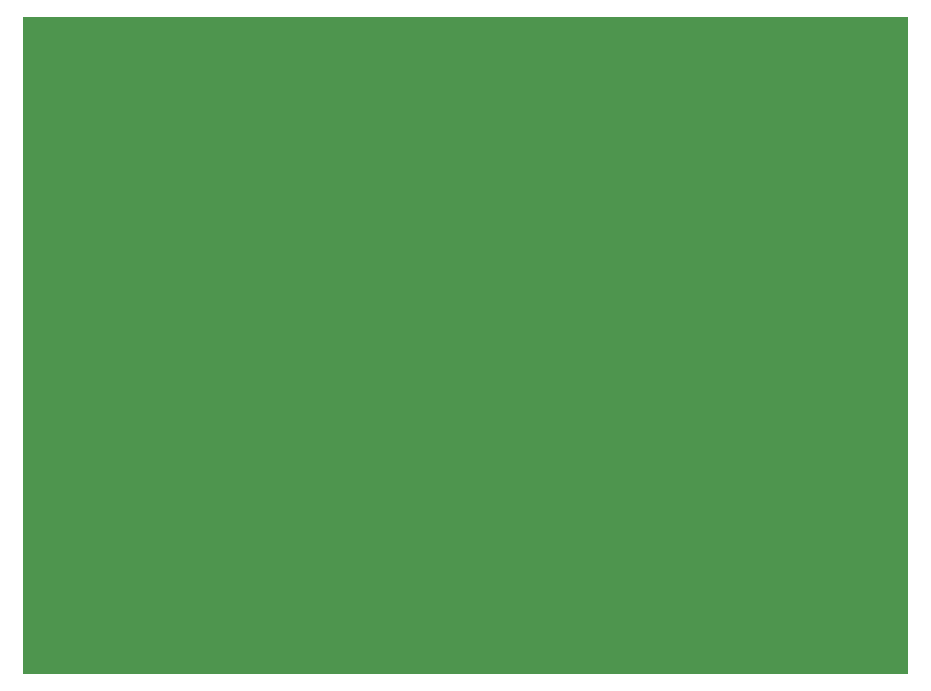
<source format=gbr>
G04 DipTrace 2.4.0.2*
%INBoard.gbr*%
%MOIN*%
%ADD11C,0.006*%
%FSLAX44Y44*%
G04*
G70*
G90*
G75*
G01*
%LNBoardPoly*%
%LPD*%
G36*
X3940Y25815D2*
D11*
X33440D1*
Y3940D1*
X3940D1*
Y25815D1*
G37*
M02*

</source>
